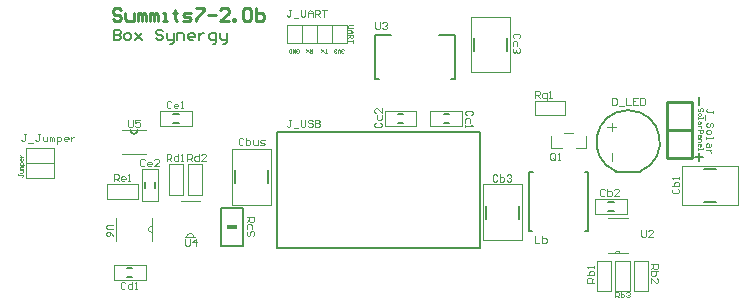
<source format=gbr>
%TF.GenerationSoftware,Altium Limited,Altium Designer,20.2.4 (192)*%
G04 Layer_Color=65535*
%FSLAX26Y26*%
%MOIN*%
%TF.SameCoordinates,B9E39A9B-80F5-448B-9931-E6C99B6DF629*%
%TF.FilePolarity,Positive*%
%TF.FileFunction,Legend,Top*%
%TF.Part,Single*%
G01*
G75*
%TA.AperFunction,NonConductor*%
%ADD53C,0.010000*%
%ADD54C,0.003000*%
%ADD55C,0.005000*%
%ADD56C,0.003937*%
%ADD73C,0.005118*%
%ADD74C,0.007874*%
%ADD75C,0.004000*%
%ADD76C,0.004331*%
%ADD77C,0.003150*%
%ADD78C,0.004016*%
%ADD79C,0.005906*%
%ADD80C,0.003228*%
%ADD81C,0.006000*%
%ADD82C,0.009842*%
%ADD83C,0.002756*%
G36*
X724409Y238189D02*
Y253937D01*
X759843D01*
Y238189D01*
X724409D01*
D02*
G37*
D53*
X2273622Y477362D02*
Y662402D01*
X2190944D02*
X2273622D01*
X2190944Y477362D02*
Y662402D01*
Y477362D02*
X2273622D01*
X2190944Y567913D02*
X2273622D01*
D54*
X1667362Y761331D02*
Y947331D01*
X1537362Y761331D02*
X1667362D01*
X1537362D02*
Y947331D01*
X1667362D01*
X501575Y582264D02*
Y633446D01*
Y582264D02*
X607874D01*
Y633446D01*
X501575D02*
X607874D01*
X442913Y438976D02*
X494094D01*
X442913Y332677D02*
Y438976D01*
Y332677D02*
X494094D01*
Y438976D01*
X427165Y340756D02*
Y388000D01*
X324803D02*
X427165D01*
X324803Y340756D02*
Y388000D01*
Y340756D02*
X427165D01*
X1402559Y581693D02*
Y632874D01*
Y581693D02*
X1508858D01*
Y632874D01*
X1402559D02*
X1508858D01*
X453838Y68898D02*
Y120079D01*
X347538D02*
X453838D01*
X347538Y68898D02*
Y120079D01*
Y68898D02*
X453838D01*
X1356299Y581693D02*
Y632874D01*
X1250000D02*
X1356299D01*
X1250000Y581693D02*
Y632874D01*
Y581693D02*
X1356299D01*
X742087Y320386D02*
X872087D01*
Y506386D01*
X742087D02*
X872087D01*
X742087Y320386D02*
Y506386D01*
X2241646Y449646D02*
X2427646D01*
Y319646D02*
Y449646D01*
X2241646Y319646D02*
X2427646D01*
X2241646D02*
Y449646D01*
X1579685Y202236D02*
X1709685D01*
Y388236D01*
X1579685D02*
X1709685D01*
X1579685Y202236D02*
Y388236D01*
X578346Y354331D02*
Y456693D01*
X531102Y354331D02*
X578346D01*
X531102D02*
Y456693D01*
X578346D01*
X593504D02*
X640748D01*
X593504Y354331D02*
Y456693D01*
Y354331D02*
X640748D01*
Y456693D01*
X1956693Y134449D02*
X2003937D01*
X1956693Y32087D02*
Y134449D01*
Y32087D02*
X2003937D01*
Y134449D01*
X2082677Y32087D02*
Y134449D01*
X2129921D01*
Y32087D02*
Y134449D01*
X2082677Y32087D02*
X2129921D01*
X2019685Y133858D02*
X2066929D01*
X2019685Y31496D02*
Y133858D01*
Y31496D02*
X2066929D01*
Y133858D01*
X1750591Y618110D02*
X1852953D01*
X1750591D02*
Y665354D01*
X1852953D01*
Y618110D02*
Y665354D01*
X1951378Y340551D02*
X2057677D01*
Y289370D02*
Y340551D01*
X1951378Y289370D02*
X2057677D01*
X1951378D02*
Y340551D01*
X1144617Y918779D02*
X1131288D01*
X1128622Y916114D01*
Y910782D01*
X1131288Y908116D01*
X1144617D01*
X1128622Y902785D02*
X1139285D01*
X1144617Y897453D01*
X1139285Y892121D01*
X1128622D01*
X1136619D01*
Y902785D01*
X1128622Y886790D02*
X1144617D01*
Y878793D01*
X1141951Y876127D01*
X1136619D01*
X1133954Y878793D01*
Y886790D01*
Y881458D02*
X1128622Y876127D01*
X1144617Y870795D02*
Y860132D01*
Y865463D01*
X1128622D01*
X1113622Y828035D02*
X1111623Y826035D01*
X1107624D01*
X1105625Y828035D01*
Y830034D01*
X1107624Y832033D01*
X1109623D01*
X1107624D01*
X1105625Y834033D01*
Y836032D01*
X1107624Y838032D01*
X1111623D01*
X1113622Y836032D01*
X1101626Y826035D02*
Y834033D01*
X1097627Y838032D01*
X1093629Y834033D01*
Y826035D01*
X1089630Y828035D02*
X1087630Y826035D01*
X1083632D01*
X1081632Y828035D01*
Y830034D01*
X1083632Y832033D01*
X1085631D01*
X1083632D01*
X1081632Y834033D01*
Y836032D01*
X1083632Y838032D01*
X1087630D01*
X1089630Y836032D01*
X1058622Y826035D02*
X1050625D01*
X1054623D01*
Y838032D01*
X1046626Y830034D02*
X1038629Y838032D01*
X1042627Y834033D01*
X1038629Y830034D01*
X1046626Y838032D01*
X1008622D02*
Y826035D01*
X1002624D01*
X1000625Y828035D01*
Y832033D01*
X1002624Y834033D01*
X1008622D01*
X1004623D02*
X1000625Y838032D01*
X996626Y830034D02*
X988629Y838032D01*
X992627Y834033D01*
X988629Y830034D01*
X996626Y838032D01*
X955625Y828035D02*
X957624Y826035D01*
X961623D01*
X963622Y828035D01*
Y836032D01*
X961623Y838032D01*
X957624D01*
X955625Y836032D01*
Y832033D01*
X959623D01*
X951626Y838032D02*
Y826035D01*
X943629Y838032D01*
Y826035D01*
X939630D02*
Y838032D01*
X933632D01*
X931632Y836032D01*
Y828035D01*
X933632Y826035D01*
X939630D01*
D55*
X1657480Y833071D02*
Y875591D01*
X1547244Y833071D02*
Y875591D01*
X545866Y623603D02*
X563583D01*
X545866Y592107D02*
X563583D01*
X484252Y376969D02*
Y394685D01*
X452756Y376969D02*
Y394685D01*
X1446850Y623032D02*
X1464567D01*
X1446850Y591535D02*
X1464567D01*
X892520Y175984D02*
X1567520D01*
X391830Y78740D02*
X409546D01*
X391830Y110236D02*
X409546D01*
X1294291Y591535D02*
X1312008D01*
X1294291Y623032D02*
X1312008D01*
X1483268Y739992D02*
Y885992D01*
X1471457Y739992D02*
X1483268D01*
X1432087Y885992D02*
X1483268D01*
X1219488Y739992D02*
X1231299D01*
X1219488D02*
Y885992D01*
X1270669D01*
X862205Y392126D02*
Y434646D01*
X751968Y392126D02*
Y434646D01*
X2313386Y439764D02*
X2355905D01*
X2313386Y329528D02*
X2355905D01*
X1699803Y273977D02*
Y316496D01*
X1589567Y273977D02*
Y316496D01*
X1929134Y234252D02*
Y431102D01*
X1917323Y234252D02*
X1929134D01*
X1919291Y431102D02*
X1929134D01*
X1732284Y234252D02*
Y431102D01*
X1744094D01*
X1732284Y234252D02*
X1742126D01*
X704724Y184055D02*
Y308071D01*
Y184055D02*
X779528D01*
Y308071D01*
X704724D02*
X779528D01*
X1995669Y299213D02*
X2013386D01*
X1995669Y330709D02*
X2013386D01*
D56*
X473425Y248081D02*
G03*
X473425Y228297I0J-9892D01*
G01*
Y199803D02*
Y276575D01*
X353346Y199803D02*
Y276575D01*
X1696848Y874522D02*
X1700784Y878458D01*
Y886330D01*
X1696848Y890265D01*
X1681105D01*
X1677169Y886330D01*
Y878458D01*
X1681105Y874522D01*
X1692912Y850908D02*
Y862715D01*
X1688976Y866651D01*
X1681105D01*
X1677169Y862715D01*
Y850908D01*
X1696848Y843037D02*
X1700784Y839101D01*
Y831229D01*
X1696848Y827294D01*
X1692912D01*
X1688976Y831229D01*
Y835165D01*
Y831229D01*
X1685041Y827294D01*
X1681105D01*
X1677169Y831229D01*
Y839101D01*
X1681105Y843037D01*
X1818898Y472443D02*
Y488186D01*
X1814962Y492122D01*
X1807090D01*
X1803155Y488186D01*
Y472443D01*
X1807090Y468508D01*
X1814962D01*
X1811026Y476379D02*
X1818898Y468508D01*
X1814962D02*
X1818898Y472443D01*
X1826769Y468508D02*
X1834641D01*
X1830705D01*
Y492122D01*
X1826769Y488186D01*
X450793Y467990D02*
X446857Y471925D01*
X438985D01*
X435050Y467990D01*
Y452247D01*
X438985Y448311D01*
X446857D01*
X450793Y452247D01*
X470471Y448311D02*
X462600D01*
X458664Y452247D01*
Y460118D01*
X462600Y464054D01*
X470471D01*
X474407Y460118D01*
Y456182D01*
X458664D01*
X498021Y448311D02*
X482278D01*
X498021Y464054D01*
Y467990D01*
X494086Y471925D01*
X486214D01*
X482278Y467990D01*
X1219488Y929126D02*
Y909447D01*
X1223424Y905512D01*
X1231295D01*
X1235231Y909447D01*
Y929126D01*
X1243103Y925190D02*
X1247038Y929126D01*
X1254910D01*
X1258845Y925190D01*
Y921255D01*
X1254910Y917319D01*
X1250974D01*
X1254910D01*
X1258845Y913383D01*
Y909447D01*
X1254910Y905512D01*
X1247038D01*
X1243103Y909447D01*
X539374Y661415D02*
X535438Y665351D01*
X527567D01*
X523631Y661415D01*
Y645672D01*
X527567Y641736D01*
X535438D01*
X539374Y645672D01*
X559053Y641736D02*
X551181D01*
X547245Y645672D01*
Y653543D01*
X551181Y657479D01*
X559053D01*
X562988Y653543D01*
Y649608D01*
X547245D01*
X570860Y641736D02*
X578731D01*
X574795D01*
Y665351D01*
X570860Y661415D01*
X395085Y603914D02*
Y584236D01*
X399021Y580300D01*
X406892D01*
X410828Y584236D01*
Y603914D01*
X434442D02*
X418700D01*
Y592107D01*
X426571Y596043D01*
X430507D01*
X434442Y592107D01*
Y584236D01*
X430507Y580300D01*
X422635D01*
X418700Y584236D01*
X347844Y398823D02*
Y422437D01*
X359651D01*
X363587Y418501D01*
Y410630D01*
X359651Y406694D01*
X347844D01*
X355715D02*
X363587Y398823D01*
X383265D02*
X375394D01*
X371458Y402758D01*
Y410630D01*
X375394Y414566D01*
X383265D01*
X387201Y410630D01*
Y406694D01*
X371458D01*
X395072Y398823D02*
X402944D01*
X399008D01*
Y422437D01*
X395072Y418501D01*
X346449Y253937D02*
X326770D01*
X322835Y250001D01*
Y242130D01*
X326770Y238194D01*
X346449D01*
Y214580D02*
X342513Y222451D01*
X334642Y230323D01*
X326770D01*
X322835Y226387D01*
Y218516D01*
X326770Y214580D01*
X330706D01*
X334642Y218516D01*
Y230323D01*
X939365Y603914D02*
X931494D01*
X935429D01*
Y584236D01*
X931494Y580300D01*
X927558D01*
X923622Y584236D01*
X947236Y576364D02*
X962979D01*
X970851Y603914D02*
Y584236D01*
X974787Y580300D01*
X982658D01*
X986594Y584236D01*
Y603914D01*
X1010208Y599979D02*
X1006272Y603914D01*
X998401D01*
X994465Y599979D01*
Y596043D01*
X998401Y592107D01*
X1006272D01*
X1010208Y588171D01*
Y584236D01*
X1006272Y580300D01*
X998401D01*
X994465Y584236D01*
X1018080Y603914D02*
Y580300D01*
X1029887D01*
X1033822Y584236D01*
Y588171D01*
X1029887Y592107D01*
X1018080D01*
X1029887D01*
X1033822Y596043D01*
Y599979D01*
X1029887Y603914D01*
X1018080D01*
X2346449Y625989D02*
Y633861D01*
Y629925D01*
X2326770D01*
X2322835Y633861D01*
Y637797D01*
X2326770Y641732D01*
X2318899Y618118D02*
Y602375D01*
X2342513Y578761D02*
X2346449Y582696D01*
Y590568D01*
X2342513Y594504D01*
X2338577D01*
X2334642Y590568D01*
Y582696D01*
X2330706Y578761D01*
X2326770D01*
X2322835Y582696D01*
Y590568D01*
X2326770Y594504D01*
X2322835Y566953D02*
Y559082D01*
X2326770Y555146D01*
X2334642D01*
X2338577Y559082D01*
Y566953D01*
X2334642Y570889D01*
X2326770D01*
X2322835Y566953D01*
Y547275D02*
Y539403D01*
Y543339D01*
X2346449D01*
Y547275D01*
X2338577Y523660D02*
Y515789D01*
X2334642Y511853D01*
X2322835D01*
Y523660D01*
X2326770Y527596D01*
X2330706Y523660D01*
Y511853D01*
X2338577Y503982D02*
X2322835D01*
X2330706D01*
X2334642Y500046D01*
X2338577Y496110D01*
Y492175D01*
X2106299Y236213D02*
Y216534D01*
X2110235Y212598D01*
X2118106D01*
X2122042Y216534D01*
Y236213D01*
X2145657Y212598D02*
X2129914D01*
X2145657Y228341D01*
Y232277D01*
X2141721Y236213D01*
X2133849D01*
X2129914Y232277D01*
X585362Y207670D02*
Y187991D01*
X589298Y184055D01*
X597169D01*
X601105Y187991D01*
Y207670D01*
X620784Y184055D02*
Y207670D01*
X608977Y195862D01*
X624720D01*
X1751968Y677165D02*
Y700780D01*
X1763776D01*
X1767711Y696844D01*
Y688973D01*
X1763776Y685037D01*
X1751968D01*
X1759840D02*
X1767711Y677165D01*
X1791326Y669294D02*
Y692908D01*
X1779519D01*
X1775583Y688973D01*
Y681101D01*
X1779519Y677165D01*
X1791326D01*
X1799197D02*
X1807069D01*
X1803133D01*
Y700780D01*
X1799197Y696844D01*
X2137795Y122047D02*
X2161410D01*
Y110240D01*
X2157474Y106304D01*
X2149602D01*
X2145667Y110240D01*
Y122047D01*
Y114176D02*
X2137795Y106304D01*
X2161410Y98433D02*
X2137795D01*
Y86626D01*
X2141731Y82690D01*
X2145667D01*
X2149602D01*
X2153538Y86626D01*
Y98433D01*
X2137795Y59075D02*
Y74818D01*
X2153538Y59075D01*
X2157474D01*
X2161410Y63011D01*
Y70883D01*
X2157474Y74818D01*
X1948819Y61024D02*
X1925205D01*
Y72831D01*
X1929140Y76766D01*
X1937012D01*
X1940947Y72831D01*
Y61024D01*
Y68895D02*
X1948819Y76766D01*
X1925205Y84638D02*
X1948819D01*
Y96445D01*
X1944883Y100381D01*
X1940947D01*
X1937012D01*
X1933076Y96445D01*
Y84638D01*
X1948819Y108252D02*
Y116124D01*
Y112188D01*
X1925205D01*
X1929140Y108252D01*
X592520Y466142D02*
Y489756D01*
X604327D01*
X608263Y485820D01*
Y477949D01*
X604327Y474013D01*
X592520D01*
X600391D02*
X608263Y466142D01*
X631877Y489756D02*
Y466142D01*
X620070D01*
X616134Y470077D01*
Y477949D01*
X620070Y481885D01*
X631877D01*
X655491Y466142D02*
X639749D01*
X655491Y481885D01*
Y485820D01*
X651556Y489756D01*
X643684D01*
X639749Y485820D01*
X523631Y466142D02*
Y489756D01*
X535438D01*
X539374Y485820D01*
Y477949D01*
X535438Y474013D01*
X523631D01*
X531503D02*
X539374Y466142D01*
X562988Y489756D02*
Y466142D01*
X551181D01*
X547245Y470077D01*
Y477949D01*
X551181Y481885D01*
X562988D01*
X570860Y466142D02*
X578731D01*
X574795D01*
Y489756D01*
X570860Y485820D01*
X791339Y279528D02*
X814953D01*
Y267720D01*
X811017Y263785D01*
X803146D01*
X799210Y267720D01*
Y279528D01*
Y271656D02*
X791339Y263785D01*
X807082Y240170D02*
Y251977D01*
X803146Y255913D01*
X795274D01*
X791339Y251977D01*
Y240170D01*
X811017Y216556D02*
X814953Y220492D01*
Y228363D01*
X811017Y232299D01*
X807082D01*
X803146Y228363D01*
Y220492D01*
X799210Y216556D01*
X795274D01*
X791339Y220492D01*
Y228363D01*
X795274Y232299D01*
X1750591Y216528D02*
Y192913D01*
X1766333D01*
X1774205Y216528D02*
Y192913D01*
X1786012D01*
X1789948Y196849D01*
Y200785D01*
Y204721D01*
X1786012Y208656D01*
X1774205D01*
X939365Y970945D02*
X931494D01*
X935429D01*
Y951266D01*
X931494Y947331D01*
X927558D01*
X923622Y951266D01*
X947236Y943395D02*
X962979D01*
X970851Y970945D02*
Y951266D01*
X974787Y947331D01*
X982658D01*
X986594Y951266D01*
Y970945D01*
X994465Y947331D02*
Y963074D01*
X1002337Y970945D01*
X1010208Y963074D01*
Y947331D01*
Y959138D01*
X994465D01*
X1018080Y947331D02*
Y970945D01*
X1029887D01*
X1033822Y967009D01*
Y959138D01*
X1029887Y955202D01*
X1018080D01*
X1025951D02*
X1033822Y947331D01*
X1041694Y970945D02*
X1057437D01*
X1049565D01*
Y947331D01*
X55113Y555111D02*
X47242D01*
X51177D01*
Y535432D01*
X47242Y531496D01*
X43306D01*
X39370Y535432D01*
X62984Y527560D02*
X78727D01*
X102342Y555111D02*
X94470D01*
X98406D01*
Y535432D01*
X94470Y531496D01*
X90535D01*
X86599Y535432D01*
X110213Y547239D02*
Y535432D01*
X114149Y531496D01*
X125956D01*
Y547239D01*
X133828Y531496D02*
Y547239D01*
X137763D01*
X141699Y543303D01*
Y531496D01*
Y543303D01*
X145635Y547239D01*
X149571Y543303D01*
Y531496D01*
X157442Y523625D02*
Y547239D01*
X169249D01*
X173185Y543303D01*
Y535432D01*
X169249Y531496D01*
X157442D01*
X192864D02*
X184992D01*
X181056Y535432D01*
Y543303D01*
X184992Y547239D01*
X192864D01*
X196799Y543303D01*
Y539368D01*
X181056D01*
X204671Y547239D02*
Y531496D01*
Y539368D01*
X208607Y543303D01*
X212542Y547239D01*
X216478D01*
X2007874Y677158D02*
Y653543D01*
X2019681D01*
X2023617Y657479D01*
Y673222D01*
X2019681Y677158D01*
X2007874D01*
X2031488Y649608D02*
X2047231D01*
X2055103Y677158D02*
Y653543D01*
X2070846D01*
X2094460Y677158D02*
X2078717D01*
Y653543D01*
X2094460D01*
X2078717Y665351D02*
X2086589D01*
X2102332Y677158D02*
Y653543D01*
X2114139D01*
X2118075Y657479D01*
Y673222D01*
X2114139Y677158D01*
X2102332D01*
X1220479Y594483D02*
X1216543Y590547D01*
Y582676D01*
X1220479Y578740D01*
X1236222D01*
X1240158Y582676D01*
Y590547D01*
X1236222Y594483D01*
X1224415Y618097D02*
Y606290D01*
X1228350Y602355D01*
X1236222D01*
X1240158Y606290D01*
Y618097D01*
Y641712D02*
Y625969D01*
X1224415Y641712D01*
X1220479D01*
X1216543Y637776D01*
Y629905D01*
X1220479Y625969D01*
X1539364Y618115D02*
X1543299Y622051D01*
Y629923D01*
X1539364Y633858D01*
X1523621D01*
X1519685Y629923D01*
Y622051D01*
X1523621Y618115D01*
X1535428Y594501D02*
Y606308D01*
X1531492Y610244D01*
X1523621D01*
X1519685Y606308D01*
Y594501D01*
Y586630D02*
Y578758D01*
Y582694D01*
X1543299D01*
X1539364Y586630D01*
X1625979Y417316D02*
X1622043Y421252D01*
X1614172D01*
X1610236Y417316D01*
Y401574D01*
X1614172Y397638D01*
X1622043D01*
X1625979Y401574D01*
X1633851Y421252D02*
Y397638D01*
X1645658D01*
X1649593Y401574D01*
Y405509D01*
Y409445D01*
X1645658Y413381D01*
X1633851D01*
X1657465Y417316D02*
X1661401Y421252D01*
X1669272D01*
X1673208Y417316D01*
Y413381D01*
X1669272Y409445D01*
X1665336D01*
X1669272D01*
X1673208Y405509D01*
Y401574D01*
X1669272Y397638D01*
X1661401D01*
X1657465Y401574D01*
X1984247Y370072D02*
X1980311Y374008D01*
X1972440D01*
X1968504Y370072D01*
Y354329D01*
X1972440Y350394D01*
X1980311D01*
X1984247Y354329D01*
X1992118Y374008D02*
Y350394D01*
X2003926D01*
X2007861Y354329D01*
Y358265D01*
Y362201D01*
X2003926Y366137D01*
X1992118D01*
X2031476Y350394D02*
X2015733D01*
X2031476Y366137D01*
Y370072D01*
X2027540Y374008D01*
X2019668D01*
X2015733Y370072D01*
X2212605Y374011D02*
X2208669Y370075D01*
Y362203D01*
X2212605Y358268D01*
X2228348D01*
X2232284Y362203D01*
Y370075D01*
X2228348Y374011D01*
X2208669Y381882D02*
X2232284D01*
Y393689D01*
X2228348Y397625D01*
X2224412D01*
X2220476D01*
X2216541Y393689D01*
Y381882D01*
X2232284Y405497D02*
Y413368D01*
Y409432D01*
X2208669D01*
X2212605Y405497D01*
X385822Y59049D02*
X381886Y62984D01*
X374014D01*
X370079Y59049D01*
Y43306D01*
X374014Y39370D01*
X381886D01*
X385822Y43306D01*
X409436Y62984D02*
Y39370D01*
X397629D01*
X393693Y43306D01*
Y51177D01*
X397629Y55113D01*
X409436D01*
X417308Y39370D02*
X425179D01*
X421243D01*
Y62984D01*
X417308Y59049D01*
X779522Y539364D02*
X775587Y543299D01*
X767715D01*
X763779Y539364D01*
Y523621D01*
X767715Y519685D01*
X775587D01*
X779522Y523621D01*
X787394Y543299D02*
Y519685D01*
X799201D01*
X803137Y523621D01*
Y527557D01*
Y531492D01*
X799201Y535428D01*
X787394D01*
X811008D02*
Y523621D01*
X814944Y519685D01*
X826751D01*
Y535428D01*
X834623Y519685D02*
X846430D01*
X850366Y523621D01*
X846430Y527557D01*
X838558D01*
X834623Y531492D01*
X838558Y535428D01*
X850366D01*
D73*
X402314Y568898D02*
G03*
X427214Y568898I12450J0D01*
G01*
D74*
X2102052Y431484D02*
G03*
X2022676Y431197I-40044J98043D01*
G01*
X2022638Y431102D02*
X2102066D01*
X892520Y563071D02*
X1567520D01*
X892520Y175984D02*
Y563071D01*
X1567520Y175984D02*
Y563071D01*
D75*
X2035559Y158465D02*
G03*
X2019559Y158465I-8000J0D01*
G01*
X614362Y212654D02*
G03*
X590362Y212654I-12000J0D01*
G01*
X2007874Y578740D02*
Y591831D01*
Y578740D02*
X2022638D01*
X1993110Y579528D02*
X2022638D01*
X2007874D02*
X2022638D01*
X2007874D02*
Y592618D01*
Y566043D02*
Y592618D01*
Y466043D02*
Y492618D01*
X1886811Y508858D02*
X1923228D01*
Y550197D01*
X1849409Y560039D02*
X1878937D01*
X1805118Y508858D02*
X1841535D01*
X1805118D02*
Y550197D01*
X1994094Y276575D02*
X2061024D01*
X1994094Y158465D02*
X2061024D01*
X585362Y212654D02*
X590362D01*
X614362D01*
X619362D01*
X570362Y331654D02*
X634362D01*
X55118Y410630D02*
X149606D01*
X55118D02*
Y460630D01*
X149606D01*
Y410630D02*
Y460630D01*
X55118Y478071D02*
Y510827D01*
X149606Y477559D02*
Y510827D01*
X55118D02*
X149606D01*
X1073622Y858779D02*
X1123622D01*
Y918779D01*
X923622D02*
X1123622D01*
X923622Y858779D02*
Y918779D01*
Y858779D02*
X1123622D01*
X1073622D02*
Y918779D01*
X1023622Y858779D02*
Y918779D01*
X973622Y858779D02*
Y918779D01*
X2307772Y631736D02*
X2310271Y634235D01*
Y639233D01*
X2307772Y641732D01*
X2305272D01*
X2302773Y639233D01*
Y634235D01*
X2300274Y631736D01*
X2297775D01*
X2295276Y634235D01*
Y639233D01*
X2297775Y641732D01*
X2295276Y624238D02*
Y619240D01*
X2297775Y616740D01*
X2302773D01*
X2305272Y619240D01*
Y624238D01*
X2302773Y626737D01*
X2297775D01*
X2295276Y624238D01*
Y611742D02*
Y606744D01*
Y609243D01*
X2310271D01*
Y611742D01*
X2305272Y596747D02*
Y591748D01*
X2302773Y589249D01*
X2295276D01*
Y596747D01*
X2297775Y599246D01*
X2300274Y596747D01*
Y589249D01*
X2305272Y584251D02*
X2295276D01*
X2300274D01*
X2302773Y581751D01*
X2305272Y579252D01*
Y576753D01*
X2295276Y569255D02*
X2310271D01*
Y561758D01*
X2307772Y559259D01*
X2302773D01*
X2300274Y561758D01*
Y569255D01*
X2305272Y551761D02*
Y546763D01*
X2302773Y544264D01*
X2295276D01*
Y551761D01*
X2297775Y554260D01*
X2300274Y551761D01*
Y544264D01*
X2295276Y539265D02*
X2305272D01*
Y531768D01*
X2302773Y529268D01*
X2295276D01*
Y516772D02*
Y521771D01*
X2297775Y524270D01*
X2302773D01*
X2305272Y521771D01*
Y516772D01*
X2302773Y514273D01*
X2300274D01*
Y524270D01*
X2295276Y509275D02*
Y504276D01*
Y506776D01*
X2310271D01*
Y509275D01*
D76*
X375394Y490158D02*
X454134D01*
X375394Y568898D02*
X454134D01*
D77*
X55118Y460630D02*
Y478071D01*
D78*
Y460630D02*
Y488976D01*
X149606Y460118D02*
Y488464D01*
D79*
X346779Y904040D02*
Y868618D01*
X364490D01*
X370394Y874522D01*
Y880425D01*
X364490Y886329D01*
X346779D01*
X364490D01*
X370394Y892232D01*
Y898136D01*
X364490Y904040D01*
X346779D01*
X388105Y868618D02*
X399912D01*
X405815Y874522D01*
Y886329D01*
X399912Y892232D01*
X388105D01*
X382201Y886329D01*
Y874522D01*
X388105Y868618D01*
X417623Y892232D02*
X441237Y868618D01*
X429430Y880425D01*
X441237Y892232D01*
X417623Y868618D01*
X512080Y898136D02*
X506177Y904040D01*
X494369D01*
X488466Y898136D01*
Y892232D01*
X494369Y886329D01*
X506177D01*
X512080Y880425D01*
Y874522D01*
X506177Y868618D01*
X494369D01*
X488466Y874522D01*
X523887Y892232D02*
Y874522D01*
X529791Y868618D01*
X547502D01*
Y862715D01*
X541598Y856811D01*
X535695D01*
X547502Y868618D02*
Y892232D01*
X559309Y868618D02*
Y892232D01*
X577020D01*
X582923Y886329D01*
Y868618D01*
X612441D02*
X600634D01*
X594731Y874522D01*
Y886329D01*
X600634Y892232D01*
X612441D01*
X618345Y886329D01*
Y880425D01*
X594731D01*
X630152Y892232D02*
Y868618D01*
Y880425D01*
X636056Y886329D01*
X641959Y892232D01*
X647863D01*
X677381Y856811D02*
X683285D01*
X689188Y862715D01*
Y892232D01*
X671477D01*
X665574Y886329D01*
Y874522D01*
X671477Y868618D01*
X689188D01*
X700995Y892232D02*
Y874522D01*
X706899Y868618D01*
X724610D01*
Y862715D01*
X718706Y856811D01*
X712803D01*
X724610Y868618D02*
Y892232D01*
D80*
X29926Y423094D02*
Y418634D01*
Y420864D01*
X41077D01*
X43307Y418634D01*
Y416403D01*
X41077Y414173D01*
X34386Y427555D02*
X41077D01*
X43307Y429785D01*
Y436476D01*
X34386D01*
X43307Y440936D02*
X34386D01*
Y443166D01*
X36616Y445397D01*
X43307D01*
X36616D01*
X34386Y447627D01*
X36616Y449857D01*
X43307D01*
X47768Y454318D02*
X34386D01*
Y461008D01*
X36616Y463239D01*
X41077D01*
X43307Y461008D01*
Y454318D01*
Y474390D02*
Y469929D01*
X41077Y467699D01*
X36616D01*
X34386Y469929D01*
Y474390D01*
X36616Y476620D01*
X38847D01*
Y467699D01*
X34386Y481081D02*
X43307D01*
X38847D01*
X36616Y483311D01*
X34386Y485541D01*
Y487771D01*
D81*
X2299521Y492618D02*
Y465960D01*
X2312850Y479289D02*
X2286192D01*
X2299521Y681102D02*
Y654444D01*
D82*
X372361Y968020D02*
X365474Y974908D01*
X351699D01*
X344811Y968020D01*
Y961133D01*
X351699Y954245D01*
X365474D01*
X372361Y947358D01*
Y940470D01*
X365474Y933583D01*
X351699D01*
X344811Y940470D01*
X386136Y961133D02*
Y940470D01*
X393024Y933583D01*
X413686D01*
Y961133D01*
X427461Y933583D02*
Y961133D01*
X434349D01*
X441236Y954245D01*
Y933583D01*
Y954245D01*
X448124Y961133D01*
X455012Y954245D01*
Y933583D01*
X468787D02*
Y961133D01*
X475674D01*
X482562Y954245D01*
Y933583D01*
Y954245D01*
X489449Y961133D01*
X496337Y954245D01*
Y933583D01*
X510112D02*
X523887D01*
X516999D01*
Y961133D01*
X510112D01*
X551437Y968020D02*
Y961133D01*
X544549D01*
X558325D01*
X551437D01*
Y940470D01*
X558325Y933583D01*
X578987D02*
X599650D01*
X606537Y940470D01*
X599650Y947358D01*
X585875D01*
X578987Y954245D01*
X585875Y961133D01*
X606537D01*
X620312Y974908D02*
X647863D01*
Y968020D01*
X620312Y940470D01*
Y933583D01*
X661638Y954245D02*
X689188D01*
X730513Y933583D02*
X702963D01*
X730513Y961133D01*
Y968020D01*
X723625Y974908D01*
X709850D01*
X702963Y968020D01*
X744288Y933583D02*
Y940470D01*
X751176D01*
Y933583D01*
X744288D01*
X778726Y968020D02*
X785613Y974908D01*
X799388D01*
X806276Y968020D01*
Y940470D01*
X799388Y933583D01*
X785613D01*
X778726Y940470D01*
Y968020D01*
X820051Y974908D02*
Y933583D01*
X840713D01*
X847601Y940470D01*
Y947358D01*
Y954245D01*
X840713Y961133D01*
X820051D01*
D83*
X2019559Y11811D02*
Y29522D01*
X2028415D01*
X2031366Y26570D01*
Y20666D01*
X2028415Y17715D01*
X2019559D01*
X2025463D02*
X2031366Y11811D01*
X2037270Y29522D02*
Y11811D01*
X2046125D01*
X2049077Y14763D01*
Y17715D01*
Y20666D01*
X2046125Y23618D01*
X2037270D01*
X2054981Y26570D02*
X2057932Y29522D01*
X2063836D01*
X2066788Y26570D01*
Y23618D01*
X2063836Y20666D01*
X2060884D01*
X2063836D01*
X2066788Y17715D01*
Y14763D01*
X2063836Y11811D01*
X2057932D01*
X2054981Y14763D01*
%TF.MD5,92eb6cf82172c7b4d198ffc0502ae519*%
M02*

</source>
